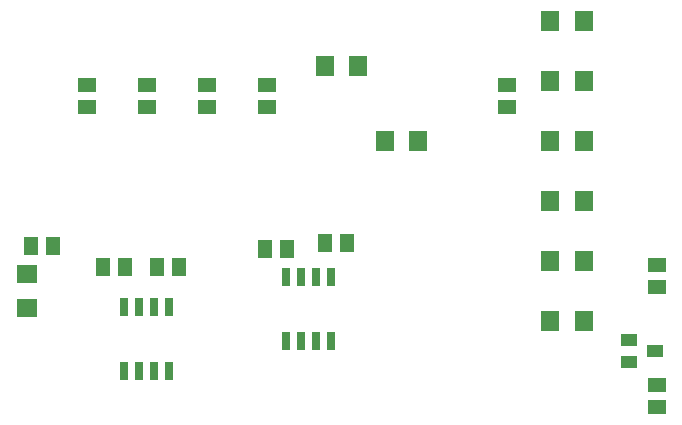
<source format=gbr>
G04 EAGLE Gerber X2 export*
%TF.Part,Single*%
%TF.FileFunction,Paste,Top*%
%TF.FilePolarity,Positive*%
%TF.GenerationSoftware,Autodesk,EAGLE,9.1.3*%
%TF.CreationDate,2020-03-05T03:51:44Z*%
G75*
%MOMM*%
%FSLAX34Y34*%
%LPD*%
%AMOC8*
5,1,8,0,0,1.08239X$1,22.5*%
G01*
%ADD10R,1.600000X1.803000*%
%ADD11R,1.600000X1.300000*%
%ADD12R,1.500000X1.300000*%
%ADD13R,1.600000X1.800000*%
%ADD14R,1.400000X1.000000*%
%ADD15R,1.803000X1.600000*%
%ADD16R,1.300000X1.500000*%
%ADD17R,0.700000X1.525000*%


D10*
X481080Y330200D03*
X509520Y330200D03*
X481080Y279400D03*
X509520Y279400D03*
X481080Y228600D03*
X509520Y228600D03*
X481080Y177800D03*
X509520Y177800D03*
X481080Y127000D03*
X509520Y127000D03*
X481080Y381000D03*
X509520Y381000D03*
D11*
X444500Y308000D03*
X444500Y327000D03*
D12*
X88900Y308000D03*
X88900Y327000D03*
X139700Y308000D03*
X139700Y327000D03*
X190500Y308000D03*
X190500Y327000D03*
X241300Y308000D03*
X241300Y327000D03*
D13*
X318800Y342900D03*
X290800Y342900D03*
X369600Y279400D03*
X341600Y279400D03*
D14*
X569800Y101600D03*
X547800Y92100D03*
X547800Y111100D03*
D12*
X571500Y54000D03*
X571500Y73000D03*
X571500Y155600D03*
X571500Y174600D03*
D15*
X38100Y138180D03*
X38100Y166620D03*
D16*
X41300Y190500D03*
X60300Y190500D03*
D17*
X158750Y138880D03*
X146050Y138880D03*
X133350Y138880D03*
X120650Y138880D03*
X120650Y84640D03*
X133350Y84640D03*
X146050Y84640D03*
X158750Y84640D03*
X295910Y164280D03*
X283210Y164280D03*
X270510Y164280D03*
X257810Y164280D03*
X257810Y110040D03*
X270510Y110040D03*
X283210Y110040D03*
X295910Y110040D03*
D16*
X166980Y172720D03*
X147980Y172720D03*
X121260Y172720D03*
X102260Y172720D03*
X309220Y193040D03*
X290220Y193040D03*
X258420Y187960D03*
X239420Y187960D03*
M02*

</source>
